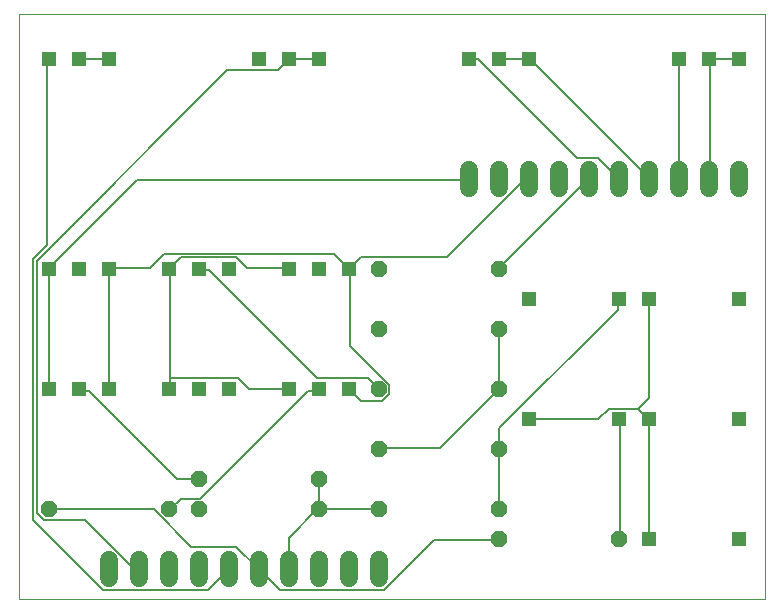
<source format=gtl>
G75*
%MOIN*%
%OFA0B0*%
%FSLAX25Y25*%
%IPPOS*%
%LPD*%
%AMOC8*
5,1,8,0,0,1.08239X$1,22.5*
%
%ADD10C,0.00000*%
%ADD11R,0.05150X0.05150*%
%ADD12C,0.06000*%
%ADD13OC8,0.05200*%
%ADD14C,0.00600*%
D10*
X0001000Y0001000D02*
X0001000Y0195961D01*
X0249701Y0195961D01*
X0249701Y0001000D01*
X0001000Y0001000D01*
D11*
X0011000Y0071000D03*
X0021000Y0071000D03*
X0031000Y0071000D03*
X0051000Y0071000D03*
X0061000Y0071000D03*
X0071000Y0071000D03*
X0091000Y0071000D03*
X0101000Y0071000D03*
X0111000Y0071000D03*
X0111000Y0111000D03*
X0101000Y0111000D03*
X0091000Y0111000D03*
X0071000Y0111000D03*
X0061000Y0111000D03*
X0051000Y0111000D03*
X0031000Y0111000D03*
X0021000Y0111000D03*
X0011000Y0111000D03*
X0011000Y0181000D03*
X0021000Y0181000D03*
X0031000Y0181000D03*
X0081000Y0181000D03*
X0091000Y0181000D03*
X0101000Y0181000D03*
X0151000Y0181000D03*
X0161000Y0181000D03*
X0171000Y0181000D03*
X0221000Y0181000D03*
X0231000Y0181000D03*
X0241000Y0181000D03*
X0241000Y0101000D03*
X0211000Y0101000D03*
X0201000Y0101000D03*
X0171000Y0101000D03*
X0171000Y0061000D03*
X0201000Y0061000D03*
X0211000Y0061000D03*
X0241000Y0061000D03*
X0241000Y0021000D03*
X0211000Y0021000D03*
D12*
X0121000Y0014000D02*
X0121000Y0008000D01*
X0111000Y0008000D02*
X0111000Y0014000D01*
X0101000Y0014000D02*
X0101000Y0008000D01*
X0091000Y0008000D02*
X0091000Y0014000D01*
X0081000Y0014000D02*
X0081000Y0008000D01*
X0071000Y0008000D02*
X0071000Y0014000D01*
X0061000Y0014000D02*
X0061000Y0008000D01*
X0051000Y0008000D02*
X0051000Y0014000D01*
X0041000Y0014000D02*
X0041000Y0008000D01*
X0031000Y0008000D02*
X0031000Y0014000D01*
X0151000Y0138000D02*
X0151000Y0144000D01*
X0161000Y0144000D02*
X0161000Y0138000D01*
X0171000Y0138000D02*
X0171000Y0144000D01*
X0181000Y0144000D02*
X0181000Y0138000D01*
X0191000Y0138000D02*
X0191000Y0144000D01*
X0201000Y0144000D02*
X0201000Y0138000D01*
X0211000Y0138000D02*
X0211000Y0144000D01*
X0221000Y0144000D02*
X0221000Y0138000D01*
X0231000Y0138000D02*
X0231000Y0144000D01*
X0241000Y0144000D02*
X0241000Y0138000D01*
D13*
X0161000Y0111000D03*
X0161000Y0091000D03*
X0161000Y0071000D03*
X0161000Y0051000D03*
X0161000Y0031000D03*
X0161000Y0021000D03*
X0201000Y0021000D03*
X0121000Y0031000D03*
X0101000Y0031000D03*
X0101000Y0041000D03*
X0121000Y0051000D03*
X0121000Y0071000D03*
X0121000Y0091000D03*
X0121000Y0111000D03*
X0061000Y0041000D03*
X0061000Y0031000D03*
X0051000Y0031000D03*
X0011000Y0031000D03*
D14*
X0046000Y0031000D01*
X0058600Y0018400D01*
X0073600Y0018400D01*
X0081000Y0011000D01*
X0088000Y0004000D01*
X0122800Y0004000D01*
X0139600Y0020800D01*
X0160600Y0020800D01*
X0161000Y0021000D01*
X0161000Y0031000D02*
X0161200Y0031000D01*
X0161200Y0050800D01*
X0161000Y0051000D01*
X0161200Y0051400D01*
X0161200Y0058000D01*
X0200800Y0097600D01*
X0200800Y0100600D01*
X0201000Y0101000D01*
X0211000Y0101000D02*
X0211000Y0068200D01*
X0207400Y0064600D01*
X0211000Y0061000D01*
X0211000Y0021000D01*
X0201400Y0021400D02*
X0201000Y0021000D01*
X0201400Y0021400D02*
X0201400Y0061000D01*
X0201000Y0061000D01*
X0197800Y0064600D02*
X0207400Y0064600D01*
X0197800Y0064600D02*
X0194200Y0061000D01*
X0171000Y0061000D01*
X0161000Y0071000D02*
X0161200Y0071200D01*
X0161200Y0091000D01*
X0161000Y0091000D01*
X0161000Y0071000D02*
X0141400Y0051400D01*
X0121000Y0051400D01*
X0121000Y0051000D01*
X0101000Y0041000D02*
X0101200Y0040600D01*
X0101200Y0031000D01*
X0101000Y0031000D01*
X0100600Y0031000D01*
X0091000Y0021400D01*
X0091000Y0011000D01*
X0071000Y0011000D02*
X0064000Y0004000D01*
X0029200Y0004000D01*
X0005800Y0027400D01*
X0005800Y0114400D01*
X0010600Y0119200D01*
X0010600Y0181000D01*
X0011000Y0181000D01*
X0021000Y0181000D02*
X0031000Y0181000D01*
X0070600Y0177400D02*
X0087400Y0177400D01*
X0091000Y0181000D01*
X0101000Y0181000D01*
X0070600Y0177400D02*
X0007000Y0113800D01*
X0007000Y0029800D01*
X0009400Y0027400D01*
X0023200Y0027400D01*
X0039400Y0011200D01*
X0040600Y0011200D01*
X0041000Y0011000D01*
X0051000Y0031000D02*
X0051400Y0031000D01*
X0055000Y0034600D01*
X0061600Y0034600D01*
X0097600Y0070600D01*
X0100600Y0070600D01*
X0101000Y0071000D01*
X0100600Y0074800D02*
X0117400Y0074800D01*
X0121000Y0071200D01*
X0121000Y0071000D01*
X0124600Y0072400D02*
X0124600Y0069400D01*
X0122200Y0067000D01*
X0115000Y0067000D01*
X0111000Y0071000D01*
X0100600Y0074800D02*
X0064600Y0110800D01*
X0061000Y0110800D01*
X0061000Y0111000D01*
X0055000Y0115000D02*
X0051000Y0111000D01*
X0051400Y0110800D01*
X0051400Y0074800D01*
X0074200Y0074800D01*
X0077800Y0071200D01*
X0091000Y0071200D01*
X0091000Y0071000D01*
X0111400Y0085600D02*
X0124600Y0072400D01*
X0111400Y0085600D02*
X0111400Y0110800D01*
X0111000Y0111000D01*
X0110800Y0111400D01*
X0106000Y0116200D01*
X0049600Y0116200D01*
X0044800Y0111400D01*
X0031000Y0111400D01*
X0031000Y0111000D01*
X0031000Y0071000D01*
X0024400Y0070600D02*
X0053800Y0041200D01*
X0061000Y0041200D01*
X0061000Y0041000D01*
X0101200Y0031000D02*
X0121000Y0031000D01*
X0051400Y0071200D02*
X0051000Y0071000D01*
X0051400Y0071200D02*
X0051400Y0074800D01*
X0024400Y0070600D02*
X0021400Y0070600D01*
X0021000Y0071000D01*
X0011200Y0071200D02*
X0011000Y0071000D01*
X0011200Y0071200D02*
X0011200Y0110800D01*
X0011000Y0111000D01*
X0011200Y0111400D01*
X0040600Y0140800D01*
X0151000Y0140800D01*
X0151000Y0141000D01*
X0169600Y0140800D02*
X0143800Y0115000D01*
X0115000Y0115000D01*
X0111000Y0111000D01*
X0091000Y0111000D02*
X0091000Y0111400D01*
X0077200Y0111400D01*
X0073600Y0115000D01*
X0055000Y0115000D01*
X0151000Y0181000D02*
X0154000Y0181000D01*
X0187000Y0148000D01*
X0194200Y0148000D01*
X0200800Y0141400D01*
X0201000Y0141000D01*
X0191000Y0141000D02*
X0190600Y0140800D01*
X0161200Y0111400D01*
X0161000Y0111000D01*
X0169600Y0140800D02*
X0170800Y0140800D01*
X0171000Y0141000D01*
X0211000Y0141000D02*
X0211000Y0141400D01*
X0171400Y0181000D01*
X0171000Y0181000D01*
X0161000Y0181000D01*
X0221000Y0181000D02*
X0221200Y0181000D01*
X0221200Y0141400D01*
X0221000Y0141000D01*
X0231000Y0141000D02*
X0231400Y0141400D01*
X0231400Y0181000D01*
X0231000Y0181000D01*
X0231400Y0181000D02*
X0241000Y0181000D01*
M02*

</source>
